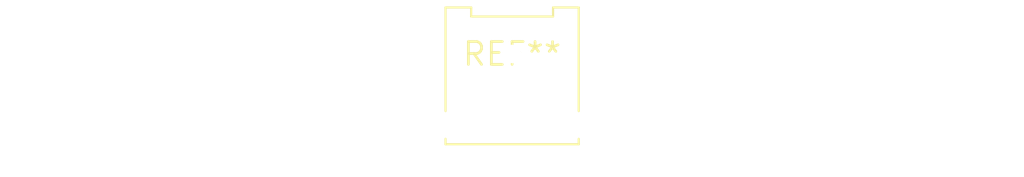
<source format=kicad_pcb>
(kicad_pcb (version 20240108) (generator pcbnew)
  (layers (0 "F.Cu" signal) (31 "B.Cu" signal) (34 "B.Paste" user) (35 "F.Paste" user) (36 "B.SilkS" user "B.Silkscreen") (37 "F.SilkS" user "F.Silkscreen") (38 "B.Mask" user) (39 "F.Mask" user) (44 "Edge.Cuts" user))
  (net 0 "")
  (footprint "Molex_Micro-Fit_3.0_43045-0212_2x01_P3.00mm_Vertical" (layer "F.Cu") (at 0 0)
    (property "Reference" "REF**")
    (property "Value" "Molex_Micro-Fit_3.0_43045-0212_2x01_P3.00mm_Vertical")
    (fp_line (start -3.685 -2.58) (end -2.265 -2.58) (layer "F.SilkS") (stroke (width 0.12)))
    (fp_line (start -3.685 3.17) (end -3.685 -2.58) (layer "F.SilkS") (stroke (width 0.12)))
    (fp_line (start -3.685 4.71) (end -3.685 5.01) (layer "F.SilkS") (stroke (width 0.12)))
    (fp_line (start -3.685 5.01) (end 3.685 5.01) (layer "F.SilkS") (stroke (width 0.12)))
    (fp_line (start -2.265 -2.58) (end -2.265 -2.08) (layer "F.SilkS") (stroke (width 0.12)))
    (fp_line (start -2.265 -2.08) (end 2.265 -2.08) (layer "F.SilkS") (stroke (width 0.12)))
    (fp_line (start 2.265 -2.58) (end 3.685 -2.58) (layer "F.SilkS") (stroke (width 0.12)))
    (fp_line (start 2.265 -2.08) (end 2.265 -2.58) (layer "F.SilkS") (stroke (width 0.12)))
    (fp_line (start 3.685 -2.58) (end 3.685 3.17) (layer "F.SilkS") (stroke (width 0.12)))
    (fp_line (start 3.685 5.01) (end 3.685 4.71) (layer "F.SilkS") (stroke (width 0.12)))
    (pad "" np_thru_hole circle (at -3 3.94) (size 1.02 1.02) (drill 1.02) (layers *.Cu *.Mask))
    (pad "" np_thru_hole circle (at 3 3.94) (size 1.02 1.02) (drill 1.02) (layers *.Cu *.Mask))
    (pad "1" thru_hole roundrect (at 0 0) (size 1.5 1.5) (drill 1.02) (layers *.Cu *.Mask) (remove_unused_layers) (roundrect_rratio 0.166667))
    (pad "2" thru_hole circle (at 0 3) (size 1.5 1.5) (drill 1.02) (layers *.Cu *.Mask) (remove_unused_layers))
  )
)
</source>
